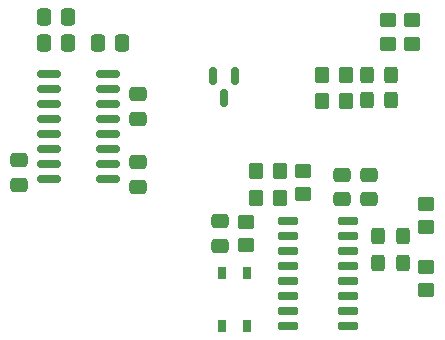
<source format=gbr>
%TF.GenerationSoftware,KiCad,Pcbnew,7.0.6*%
%TF.CreationDate,2023-07-24T13:39:50-06:00*%
%TF.ProjectId,PuyoPuya,5075796f-5075-4796-912e-6b696361645f,rev?*%
%TF.SameCoordinates,Original*%
%TF.FileFunction,Paste,Top*%
%TF.FilePolarity,Positive*%
%FSLAX46Y46*%
G04 Gerber Fmt 4.6, Leading zero omitted, Abs format (unit mm)*
G04 Created by KiCad (PCBNEW 7.0.6) date 2023-07-24 13:39:50*
%MOMM*%
%LPD*%
G01*
G04 APERTURE LIST*
G04 Aperture macros list*
%AMRoundRect*
0 Rectangle with rounded corners*
0 $1 Rounding radius*
0 $2 $3 $4 $5 $6 $7 $8 $9 X,Y pos of 4 corners*
0 Add a 4 corners polygon primitive as box body*
4,1,4,$2,$3,$4,$5,$6,$7,$8,$9,$2,$3,0*
0 Add four circle primitives for the rounded corners*
1,1,$1+$1,$2,$3*
1,1,$1+$1,$4,$5*
1,1,$1+$1,$6,$7*
1,1,$1+$1,$8,$9*
0 Add four rect primitives between the rounded corners*
20,1,$1+$1,$2,$3,$4,$5,0*
20,1,$1+$1,$4,$5,$6,$7,0*
20,1,$1+$1,$6,$7,$8,$9,0*
20,1,$1+$1,$8,$9,$2,$3,0*%
G04 Aperture macros list end*
%ADD10RoundRect,0.250000X0.450000X-0.350000X0.450000X0.350000X-0.450000X0.350000X-0.450000X-0.350000X0*%
%ADD11RoundRect,0.150000X-0.150000X0.587500X-0.150000X-0.587500X0.150000X-0.587500X0.150000X0.587500X0*%
%ADD12RoundRect,0.250000X0.475000X-0.337500X0.475000X0.337500X-0.475000X0.337500X-0.475000X-0.337500X0*%
%ADD13RoundRect,0.250000X-0.450000X0.350000X-0.450000X-0.350000X0.450000X-0.350000X0.450000X0.350000X0*%
%ADD14RoundRect,0.250000X-0.350000X-0.450000X0.350000X-0.450000X0.350000X0.450000X-0.350000X0.450000X0*%
%ADD15RoundRect,0.150000X-0.725000X-0.150000X0.725000X-0.150000X0.725000X0.150000X-0.725000X0.150000X0*%
%ADD16R,0.711200X0.990600*%
%ADD17RoundRect,0.250000X-0.337500X-0.475000X0.337500X-0.475000X0.337500X0.475000X-0.337500X0.475000X0*%
%ADD18RoundRect,0.250000X-0.475000X0.337500X-0.475000X-0.337500X0.475000X-0.337500X0.475000X0.337500X0*%
%ADD19RoundRect,0.250000X0.325000X0.450000X-0.325000X0.450000X-0.325000X-0.450000X0.325000X-0.450000X0*%
%ADD20RoundRect,0.250000X-0.325000X-0.450000X0.325000X-0.450000X0.325000X0.450000X-0.325000X0.450000X0*%
%ADD21RoundRect,0.150000X-0.850000X-0.150000X0.850000X-0.150000X0.850000X0.150000X-0.850000X0.150000X0*%
G04 APERTURE END LIST*
D10*
%TO.C,R10*%
X147841200Y-52714400D03*
X147841200Y-50714400D03*
%TD*%
%TO.C,R9*%
X149876800Y-52714400D03*
X149876800Y-50714400D03*
%TD*%
D11*
%TO.C,D5*%
X134909600Y-55427400D03*
X133009600Y-55427400D03*
X133959600Y-57302400D03*
%TD*%
D12*
%TO.C,C1*%
X143948400Y-63808700D03*
X143948400Y-65883700D03*
%TD*%
D13*
%TO.C,R3*%
X135858400Y-69799200D03*
X135858400Y-67799200D03*
%TD*%
D12*
%TO.C,C4*%
X116615200Y-64643000D03*
X116615200Y-62568000D03*
%TD*%
D14*
%TO.C,R7*%
X142256000Y-57531000D03*
X144256000Y-57531000D03*
%TD*%
D13*
%TO.C,R6*%
X151098400Y-68259200D03*
X151098400Y-66259200D03*
%TD*%
D15*
%TO.C,U1*%
X144494400Y-67767200D03*
X144494400Y-69037200D03*
X144494400Y-70307200D03*
X144494400Y-71577200D03*
X144494400Y-72847200D03*
X144494400Y-74117200D03*
X144494400Y-75387200D03*
X144494400Y-76657200D03*
X139344400Y-76657200D03*
X139344400Y-75387200D03*
X139344400Y-74117200D03*
X139344400Y-72847200D03*
X139344400Y-71577200D03*
X139344400Y-70307200D03*
X139344400Y-69037200D03*
X139344400Y-67767200D03*
%TD*%
D16*
%TO.C,SW1*%
X133767401Y-76621201D03*
X133767401Y-72121199D03*
X135917399Y-76621201D03*
X135917399Y-72121199D03*
%TD*%
D17*
%TO.C,C5*%
X118676500Y-52679600D03*
X120751500Y-52679600D03*
%TD*%
D18*
%TO.C,C7*%
X126695200Y-62736900D03*
X126695200Y-64811900D03*
%TD*%
D14*
%TO.C,R2*%
X138684400Y-63465200D03*
X136684400Y-63465200D03*
%TD*%
D19*
%TO.C,D1*%
X147025400Y-71323200D03*
X149075400Y-71323200D03*
%TD*%
D20*
%TO.C,D3*%
X146071000Y-57515000D03*
X148121000Y-57515000D03*
%TD*%
D10*
%TO.C,R5*%
X151098400Y-71585200D03*
X151098400Y-73585200D03*
%TD*%
D17*
%TO.C,C6*%
X123270100Y-52679600D03*
X125345100Y-52679600D03*
%TD*%
D14*
%TO.C,R8*%
X142256000Y-55372000D03*
X144256000Y-55372000D03*
%TD*%
D18*
%TO.C,C8*%
X126695200Y-56976100D03*
X126695200Y-59051100D03*
%TD*%
D14*
%TO.C,R4*%
X138684400Y-65751200D03*
X136684400Y-65751200D03*
%TD*%
D20*
%TO.C,D4*%
X146071000Y-55372000D03*
X148121000Y-55372000D03*
%TD*%
D17*
%TO.C,C9*%
X118676500Y-50414000D03*
X120751500Y-50414000D03*
%TD*%
D19*
%TO.C,D2*%
X147025400Y-69037200D03*
X149075400Y-69037200D03*
%TD*%
D12*
%TO.C,C2*%
X146234400Y-63808700D03*
X146234400Y-65883700D03*
%TD*%
D21*
%TO.C,U2*%
X119155200Y-55311200D03*
X119155200Y-56581200D03*
X119155200Y-57851200D03*
X119155200Y-59121200D03*
X119155200Y-60391200D03*
X119155200Y-61661200D03*
X119155200Y-62931200D03*
X119155200Y-64201200D03*
X124155200Y-64201200D03*
X124155200Y-62931200D03*
X124155200Y-61661200D03*
X124155200Y-60391200D03*
X124155200Y-59121200D03*
X124155200Y-57851200D03*
X124155200Y-56581200D03*
X124155200Y-55311200D03*
%TD*%
D13*
%TO.C,R1*%
X140684400Y-65481200D03*
X140684400Y-63481200D03*
%TD*%
D12*
%TO.C,C3*%
X133588400Y-67761700D03*
X133588400Y-69836700D03*
%TD*%
M02*

</source>
